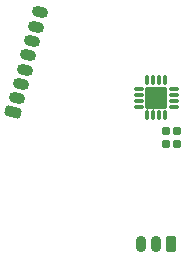
<source format=gbr>
%TF.GenerationSoftware,KiCad,Pcbnew,(6.0.0)*%
%TF.CreationDate,2022-02-06T18:29:28+08:00*%
%TF.ProjectId,STM32_FOC,53544d33-325f-4464-9f43-2e6b69636164,rev?*%
%TF.SameCoordinates,Original*%
%TF.FileFunction,Soldermask,Bot*%
%TF.FilePolarity,Negative*%
%FSLAX46Y46*%
G04 Gerber Fmt 4.6, Leading zero omitted, Abs format (unit mm)*
G04 Created by KiCad (PCBNEW (6.0.0)) date 2022-02-06 18:29:28*
%MOMM*%
%LPD*%
G01*
G04 APERTURE LIST*
G04 Aperture macros list*
%AMRoundRect*
0 Rectangle with rounded corners*
0 $1 Rounding radius*
0 $2 $3 $4 $5 $6 $7 $8 $9 X,Y pos of 4 corners*
0 Add a 4 corners polygon primitive as box body*
4,1,4,$2,$3,$4,$5,$6,$7,$8,$9,$2,$3,0*
0 Add four circle primitives for the rounded corners*
1,1,$1+$1,$2,$3*
1,1,$1+$1,$4,$5*
1,1,$1+$1,$6,$7*
1,1,$1+$1,$8,$9*
0 Add four rect primitives between the rounded corners*
20,1,$1+$1,$2,$3,$4,$5,0*
20,1,$1+$1,$4,$5,$6,$7,0*
20,1,$1+$1,$6,$7,$8,$9,0*
20,1,$1+$1,$8,$9,$2,$3,0*%
%AMHorizOval*
0 Thick line with rounded ends*
0 $1 width*
0 $2 $3 position (X,Y) of the first rounded end (center of the circle)*
0 $4 $5 position (X,Y) of the second rounded end (center of the circle)*
0 Add line between two ends*
20,1,$1,$2,$3,$4,$5,0*
0 Add two circle primitives to create the rounded ends*
1,1,$1,$2,$3*
1,1,$1,$4,$5*%
G04 Aperture macros list end*
%ADD10RoundRect,0.251000X0.382903X-0.309654X0.486430X0.076717X-0.382903X0.309654X-0.486430X-0.076717X0*%
%ADD11HorizOval,0.902000X-0.241481X0.064705X0.241481X-0.064705X0*%
%ADD12RoundRect,0.251000X0.200000X0.450000X-0.200000X0.450000X-0.200000X-0.450000X0.200000X-0.450000X0*%
%ADD13O,0.902000X1.402000*%
%ADD14RoundRect,0.113500X-0.325000X-0.062500X0.325000X-0.062500X0.325000X0.062500X-0.325000X0.062500X0*%
%ADD15RoundRect,0.113500X-0.062500X-0.325000X0.062500X-0.325000X0.062500X0.325000X-0.062500X0.325000X0*%
%ADD16RoundRect,0.051000X-0.875000X-0.875000X0.875000X-0.875000X0.875000X0.875000X-0.875000X0.875000X0*%
%ADD17RoundRect,0.191000X-0.140000X-0.170000X0.140000X-0.170000X0.140000X0.170000X-0.140000X0.170000X0*%
G04 APERTURE END LIST*
D10*
%TO.C,J3*%
X87882381Y-101237036D03*
D11*
X88205905Y-100029629D03*
X88529429Y-98822221D03*
X88852952Y-97614814D03*
X89176476Y-96407407D03*
X89500000Y-95200000D03*
X89823524Y-93992592D03*
X90147048Y-92785185D03*
%TD*%
D12*
%TO.C,J1*%
X101250000Y-112350000D03*
D13*
X100000000Y-112350000D03*
X98750000Y-112350000D03*
%TD*%
D14*
%TO.C,U3*%
X98537500Y-100750000D03*
X98537500Y-100250000D03*
X98537500Y-99750000D03*
X98537500Y-99250000D03*
D15*
X99250000Y-98537500D03*
X99750000Y-98537500D03*
X100250000Y-98537500D03*
X100750000Y-98537500D03*
D14*
X101462500Y-99250000D03*
X101462500Y-99750000D03*
X101462500Y-100250000D03*
X101462500Y-100750000D03*
D15*
X100750000Y-101462500D03*
X100250000Y-101462500D03*
X99750000Y-101462500D03*
X99250000Y-101462500D03*
D16*
X100000000Y-100000000D03*
%TD*%
D17*
%TO.C,C18*%
X100820000Y-102850000D03*
X101780000Y-102850000D03*
%TD*%
%TO.C,C19*%
X100820000Y-103900000D03*
X101780000Y-103900000D03*
%TD*%
G36*
X99824274Y-100925000D02*
G01*
X99824274Y-100927000D01*
X99823307Y-100927848D01*
X99788718Y-100942175D01*
X99774708Y-100975999D01*
X99788761Y-101009927D01*
X99811791Y-101022236D01*
X99812847Y-101023934D01*
X99811904Y-101025698D01*
X99810848Y-101026000D01*
X99688768Y-101026000D01*
X99687036Y-101025000D01*
X99687036Y-101023000D01*
X99687657Y-101022337D01*
X99717234Y-101002576D01*
X99724377Y-100966667D01*
X99703976Y-100936133D01*
X99677164Y-100928000D01*
X99322942Y-100928000D01*
X99288720Y-100942175D01*
X99274710Y-100975999D01*
X99288763Y-101009927D01*
X99311792Y-101022236D01*
X99312848Y-101023935D01*
X99311905Y-101025698D01*
X99310849Y-101026000D01*
X99188767Y-101026000D01*
X99187035Y-101025000D01*
X99187035Y-101023000D01*
X99187656Y-101022337D01*
X99217233Y-101002575D01*
X99224376Y-100966667D01*
X99203974Y-100936133D01*
X99176880Y-100927914D01*
X99175513Y-100926454D01*
X99176094Y-100924540D01*
X99177461Y-100924000D01*
X99822542Y-100924000D01*
X99824274Y-100925000D01*
G37*
M02*

</source>
